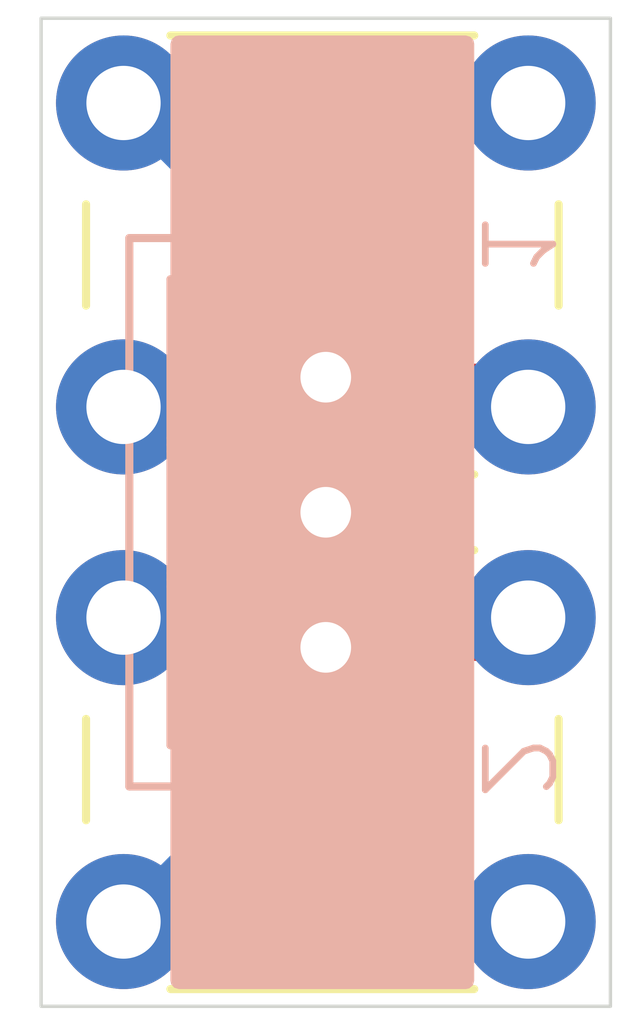
<source format=kicad_pcb>
(kicad_pcb (version 20240108) (generator "pcbnew") (generator_version "8.0")
  (layers (0 "F.Cu" signal) (31 "B.Cu" signal) (34 "B.Paste" user) (35 "F.Paste" user) (36 "B.SilkS" user "B.Silkscreen") (37 "F.SilkS" user "F.Silkscreen") (38 "B.Mask" user) (39 "F.Mask" user) (44 "Edge.Cuts" user))
  (net 0 "")
  (net 1 "Net-(J1-Pin_1)")
  (net 2 "Net-(J1-Pin_2)")
  (net 3 "Net-(J1-Pin_3)")
  (footprint "TPO_LIB:SW_PUSH_6mm_H8mm_tpo" (layer "F.Cu") (at 108.204 76.2)
    (property "Reference" "SW2" (hide yes))
    (property "Value" "SW_SPST" (hide yes))
    (fp_line (start -3.5 -0.75) (end -3.5 0.75) (stroke (width 0.12)) (layer "F.SilkS"))
    (fp_line (start -2.25 3.25) (end 2.25 3.25) (stroke (width 0.12)) (layer "F.SilkS"))
    (fp_line (start 2.25 -3.25) (end -2.25 -3.25) (stroke (width 0.12)) (layer "F.SilkS"))
    (fp_line (start 3.5 0.75) (end 3.5 -0.75) (stroke (width 0.12)) (layer "F.SilkS"))
    (pad "1" thru_hole circle (at -2.9452 -2.25 90) (size 2 2) (drill 1.1) (layers "*.Cu" "*.Mask") (net 1 "Net-(J1-Pin_1)"))
    (pad "1" thru_hole circle (at 3.0492 -2.25 90) (size 2 2) (drill 1.1) (layers "*.Cu" "*.Mask") (net 1 "Net-(J1-Pin_1)"))
    (pad "2" thru_hole circle (at -2.9452 2.25 90) (size 2 2) (drill 1.1) (layers "*.Cu" "*.Mask") (net 2 "Net-(J1-Pin_2)"))
    (pad "2" thru_hole circle (at 3.0492 2.25 90) (size 2 2) (drill 1.1) (layers "*.Cu" "*.Mask") (net 2 "Net-(J1-Pin_2)"))
  )
  (footprint "TPO_LIB:SW_PUSH_6mm_H8mm_tpo" (layer "F.Cu") (at 108.204 68.58)
    (property "Reference" "SW1" (hide yes))
    (property "Value" "SW_SPST" (hide yes))
    (fp_line (start -3.5 -0.75) (end -3.5 0.75) (stroke (width 0.12)) (layer "F.SilkS"))
    (fp_line (start -2.25 3.25) (end 2.25 3.25) (stroke (width 0.12)) (layer "F.SilkS"))
    (fp_line (start 2.25 -3.25) (end -2.25 -3.25) (stroke (width 0.12)) (layer "F.SilkS"))
    (fp_line (start 3.5 0.75) (end 3.5 -0.75) (stroke (width 0.12)) (layer "F.SilkS"))
    (pad "1" thru_hole circle (at -2.9452 -2.25 90) (size 2 2) (drill 1.1) (layers "*.Cu" "*.Mask") (net 2 "Net-(J1-Pin_2)"))
    (pad "1" thru_hole circle (at 3.0492 -2.25 90) (size 2 2) (drill 1.1) (layers "*.Cu" "*.Mask") (net 2 "Net-(J1-Pin_2)"))
    (pad "2" thru_hole circle (at -2.9452 2.25 90) (size 2 2) (drill 1.1) (layers "*.Cu" "*.Mask") (net 3 "Net-(J1-Pin_3)"))
    (pad "2" thru_hole circle (at 3.0492 2.25 90) (size 2 2) (drill 1.1) (layers "*.Cu" "*.Mask") (net 3 "Net-(J1-Pin_3)"))
  )
  (footprint "Connector_JST:JST_PH_B3B-PH-K_1x03_P2.00mm_Vertical" (layer "B.Cu") (at 108.2548 74.39 90)
    (property "Reference" "J1" (hide yes))
    (property "Value" "Conn_01x03_Pin" (hide yes))
    (fp_line (start 6.06 -2.91) (end -2.06 -2.91) (stroke (width 0.12)) (layer "B.SilkS"))
    (fp_line (start -2.06 -2.91) (end -2.06 1.81) (stroke (width 0.12)) (layer "B.SilkS"))
    (fp_line (start 5.45 -2.3) (end -1.45 -2.3) (stroke (width 0.12)) (layer "B.SilkS"))
    (fp_line (start 3.1 -2.3) (end 3.1 -1.8) (stroke (width 0.12)) (layer "B.SilkS"))
    (fp_line (start 1.1 -2.3) (end 1.1 -1.8) (stroke (width 0.12)) (layer "B.SilkS"))
    (fp_line (start -1.45 -2.3) (end -1.45 1.2) (stroke (width 0.12)) (layer "B.SilkS"))
    (fp_line (start 3.1 -1.8) (end 2.9 -1.8) (stroke (width 0.12)) (layer "B.SilkS"))
    (fp_line (start 3 -1.8) (end 3 -2.3) (stroke (width 0.12)) (layer "B.SilkS"))
    (fp_line (start 2.9 -1.8) (end 2.9 -2.3) (stroke (width 0.12)) (layer "B.SilkS"))
    (fp_line (start 1.1 -1.8) (end 0.9 -1.8) (stroke (width 0.12)) (layer "B.SilkS"))
    (fp_line (start 1 -1.8) (end 1 -2.3) (stroke (width 0.12)) (layer "B.SilkS"))
    (fp_line (start 0.9 -1.8) (end 0.9 -2.3) (stroke (width 0.12)) (layer "B.SilkS"))
    (fp_line (start 5.45 -0.8) (end 6.06 -0.8) (stroke (width 0.12)) (layer "B.SilkS"))
    (fp_line (start -1.45 -0.8) (end -2.06 -0.8) (stroke (width 0.12)) (layer "B.SilkS"))
    (fp_line (start 5.45 0.5) (end 6.06 0.5) (stroke (width 0.12)) (layer "B.SilkS"))
    (fp_line (start -1.45 0.5) (end -2.06 0.5) (stroke (width 0.12)) (layer "B.SilkS"))
    (fp_line (start -2.36 0.86) (end -2.36 2.11) (stroke (width 0.12)) (layer "B.SilkS"))
    (fp_line (start 5.45 1.2) (end 5.45 -2.3) (stroke (width 0.12)) (layer "B.SilkS"))
    (fp_line (start 3.5 1.2) (end 5.45 1.2) (stroke (width 0.12)) (layer "B.SilkS"))
    (fp_line (start 0.5 1.2) (end 0.5 1.81) (stroke (width 0.12)) (layer "B.SilkS"))
    (fp_line (start -1.45 1.2) (end 0.5 1.2) (stroke (width 0.12)) (layer "B.SilkS"))
    (fp_line (start 6.06 1.81) (end 6.06 -2.91) (stroke (width 0.12)) (layer "B.SilkS"))
    (fp_line (start 3.5 1.81) (end 3.5 1.2) (stroke (width 0.12)) (layer "B.SilkS"))
    (fp_line (start -0.6 1.81) (end -0.6 2.01) (stroke (width 0.12)) (layer "B.SilkS"))
    (fp_line (start -2.06 1.81) (end 6.06 1.81) (stroke (width 0.12)) (layer "B.SilkS"))
    (fp_line (start -0.6 1.91) (end -0.3 1.91) (stroke (width 0.12)) (layer "B.SilkS"))
    (fp_line (start -0.3 2.01) (end -0.3 1.81) (stroke (width 0.12)) (layer "B.SilkS"))
    (fp_line (start -0.6 2.01) (end -0.3 2.01) (stroke (width 0.12)) (layer "B.SilkS"))
    (fp_line (start -2.36 2.11) (end -1.11 2.11) (stroke (width 0.12)) (layer "B.SilkS"))
    (pad "1" thru_hole roundrect (at 0 0 90) (size 1.2 1.75) (drill 0.75) (layers "*.Cu" "*.Mask") (roundrect_rratio 0.208333) (net 1 "Net-(J1-Pin_1)"))
    (pad "2" thru_hole oval (at 2 0 90) (size 1.2 1.75) (drill 0.75) (layers "*.Cu" "*.Mask") (net 2 "Net-(J1-Pin_2)"))
    (pad "3" thru_hole oval (at 4 0 90) (size 1.2 1.75) (drill 0.75) (layers "*.Cu" "*.Mask") (net 3 "Net-(J1-Pin_3)"))
  )
  (gr_rect (start 104.0384 65.0748) (end 112.4712 79.7052) (stroke (width 0.05)) (fill none) (layer "Edge.Cuts"))
  (gr_text "1" (at 110.49 68.961 -90) (layer "B.SilkS") (effects (font (size 1 1) (thickness 0.1)) (justify left bottom mirror)))
  (gr_text "2\n" (at 110.49 76.708 -90) (layer "B.SilkS") (effects (font (size 1 1) (thickness 0.1)) (justify left bottom mirror)))
  (segment (start 105.6988 74.39) (end 105.2588 73.95) (width 0.4) (layer "F.Cu") (net 1))
  (segment (start 108.2548 74.39) (end 110.8132 74.39) (width 0.4) (layer "F.Cu") (net 1))
  (segment (start 108.2548 74.39) (end 105.6988 74.39) (width 0.4) (layer "F.Cu") (net 1))
  (segment (start 110.8132 74.39) (end 111.2532 73.95) (width 0.4) (layer "F.Cu") (net 1))
  (segment (start 105.2588 66.33) (end 111.2532 66.33) (width 0.4) (layer "F.Cu") (net 2))
  (segment (start 105.2588 78.45) (end 111.2532 78.45) (width 0.4) (layer "F.Cu") (net 2))
  (segment (start 106.807 67.8782) (end 106.807 72.39) (width 0.4) (layer "B.Cu") (net 2))
  (segment (start 105.2588 66.33) (end 106.807 67.8782) (width 0.4) (layer "B.Cu") (net 2))
  (segment (start 106.807 76.9018) (end 105.2588 78.45) (width 0.4) (layer "B.Cu") (net 2))
  (segment (start 106.807 72.39) (end 106.807 76.9018) (width 0.4) (layer "B.Cu") (net 2))
  (segment (start 106.807 72.39) (end 108.2548 72.39) (width 0.4) (layer "B.Cu") (net 2))
  (segment (start 105.2588 70.83) (end 105.2588 70.7632) (width 0.4) (layer "F.Cu") (net 3))
  (segment (start 105.2588 70.7632) (end 105.664 70.358) (width 0.4) (layer "F.Cu") (net 3))
  (segment (start 108.2548 70.39) (end 110.8132 70.39) (width 0.4) (layer "F.Cu") (net 3))
  (segment (start 105.2588 70.7632) (end 105.632 70.39) (width 0.4) (layer "F.Cu") (net 3))
  (segment (start 105.632 70.39) (end 108.2548 70.39) (width 0.4) (layer "F.Cu") (net 3))
  (segment (start 110.8132 70.39) (end 111.2532 70.83) (width 0.4) (layer "F.Cu") (net 3))
  (zone (net 0) (net_name "") (layer "B.SilkS") (connect_pads (clearance 0.5)) (min_thickness 0.25) (fill yes (thermal_gap 0.5) (thermal_bridge_width 0.5))
    (polygon (pts (xy 105.954 65.33) (xy 110.454 65.33) (xy 110.454 79.45) (xy 105.954 79.45)))
  )
)
</source>
